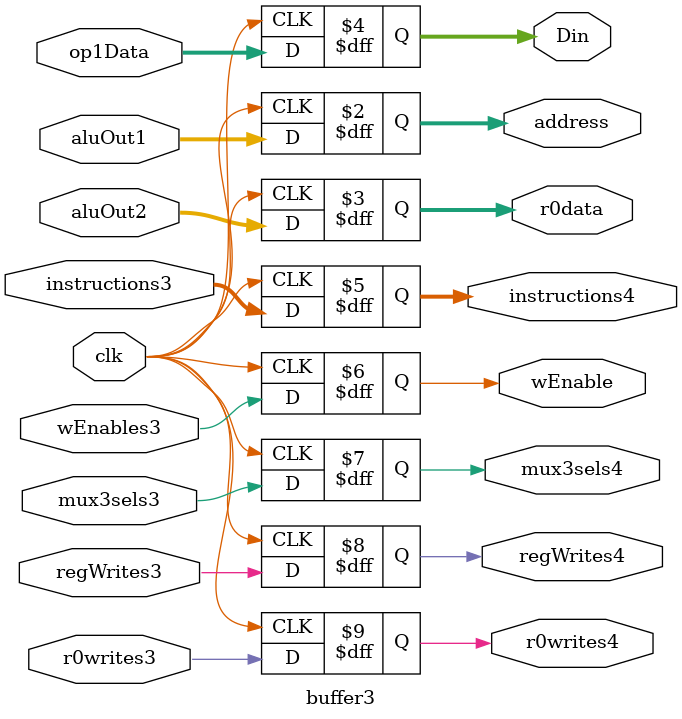
<source format=v>
module buffer3(aluOut1, aluOut2, op1Data, instructions3, wEnables3, mux3sels3, regWrites3, r0writes3,
				address, r0data, Din, instructions4, wEnable, mux3sels4, regWrites4, r0writes4,
				clk);
				
	input[15:0] aluOut1, aluOut2, op1Data, instructions3;
	input wEnables3, mux3sels3, regWrites3, r0writes3;
	input clk;
	
	output reg [15:0] address, r0data, Din, instructions4;
	output reg wEnable, mux3sels4, regWrites4, r0writes4;
	
	always@(posedge clk)
	begin
		address <= aluOut1;
		r0data <= aluOut2;
		Din <= op1Data;
		instructions4 <= instructions3;
		wEnable <= wEnables3;
		mux3sels4 <= mux3sels3;
		regWrites4 <= regWrites3;
		r0writes4 <= r0writes3;
	end
endmodule

</source>
